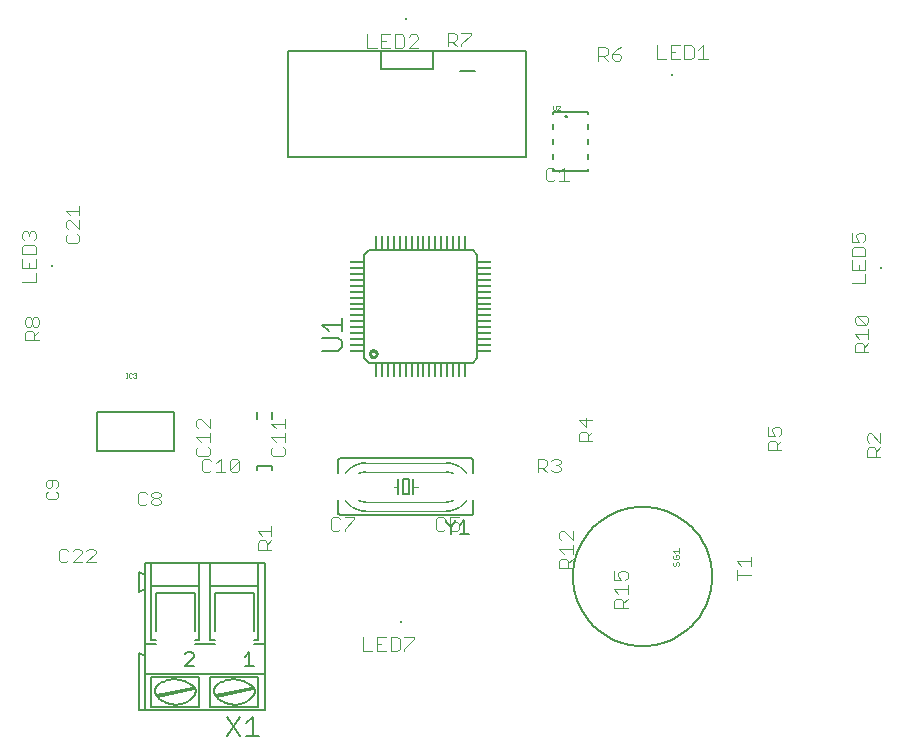
<source format=gtl>
G75*
G70*
%OFA0B0*%
%FSLAX24Y24*%
%IPPOS*%
%LPD*%
%AMOC8*
5,1,8,0,0,1.08239X$1,22.5*
%
%ADD10C,0.0040*%
%ADD11C,0.0030*%
%ADD12C,0.0080*%
%ADD13C,0.0100*%
%ADD14C,0.0060*%
%ADD15R,0.0079X0.0472*%
%ADD16R,0.0472X0.0079*%
%ADD17C,0.0001*%
%ADD18C,0.0020*%
%ADD19C,0.0050*%
%ADD20C,0.0010*%
%ADD21R,0.0079X0.0079*%
%ADD22C,0.0070*%
D10*
X001653Y006153D02*
X001807Y006153D01*
X001883Y006230D01*
X002037Y006153D02*
X002344Y006460D01*
X002344Y006537D01*
X002267Y006614D01*
X002113Y006614D01*
X002037Y006537D01*
X001883Y006537D02*
X001807Y006614D01*
X001653Y006614D01*
X001576Y006537D01*
X001576Y006230D01*
X001653Y006153D01*
X002037Y006153D02*
X002344Y006153D01*
X002497Y006153D02*
X002804Y006460D01*
X002804Y006537D01*
X002727Y006614D01*
X002574Y006614D01*
X002497Y006537D01*
X002497Y006153D02*
X002804Y006153D01*
X004284Y008053D02*
X004438Y008053D01*
X004514Y008130D01*
X004668Y008130D02*
X004668Y008207D01*
X004745Y008284D01*
X004898Y008284D01*
X004975Y008207D01*
X004975Y008130D01*
X004898Y008053D01*
X004745Y008053D01*
X004668Y008130D01*
X004745Y008284D02*
X004668Y008360D01*
X004668Y008437D01*
X004745Y008514D01*
X004898Y008514D01*
X004975Y008437D01*
X004975Y008360D01*
X004898Y008284D01*
X004514Y008437D02*
X004438Y008514D01*
X004284Y008514D01*
X004208Y008437D01*
X004208Y008130D01*
X004284Y008053D01*
X006358Y009230D02*
X006434Y009153D01*
X006588Y009153D01*
X006664Y009230D01*
X006818Y009153D02*
X007125Y009153D01*
X006971Y009153D02*
X006971Y009614D01*
X006818Y009460D01*
X006664Y009537D02*
X006588Y009614D01*
X006434Y009614D01*
X006358Y009537D01*
X006358Y009230D01*
X006234Y009703D02*
X006541Y009703D01*
X006618Y009780D01*
X006618Y009934D01*
X006541Y010010D01*
X006618Y010164D02*
X006618Y010471D01*
X006618Y010624D02*
X006311Y010931D01*
X006234Y010931D01*
X006157Y010854D01*
X006157Y010701D01*
X006234Y010624D01*
X006157Y010317D02*
X006618Y010317D01*
X006618Y010624D02*
X006618Y010931D01*
X006157Y010317D02*
X006311Y010164D01*
X006234Y010010D02*
X006157Y009934D01*
X006157Y009780D01*
X006234Y009703D01*
X007278Y009537D02*
X007278Y009230D01*
X007585Y009537D01*
X007585Y009230D01*
X007508Y009153D01*
X007355Y009153D01*
X007278Y009230D01*
X007278Y009537D02*
X007355Y009614D01*
X007508Y009614D01*
X007585Y009537D01*
X008657Y009780D02*
X008734Y009703D01*
X009041Y009703D01*
X009118Y009780D01*
X009118Y009934D01*
X009041Y010010D01*
X009118Y010164D02*
X009118Y010471D01*
X009118Y010624D02*
X009118Y010931D01*
X009118Y010778D02*
X008657Y010778D01*
X008811Y010624D01*
X008657Y010317D02*
X009118Y010317D01*
X008811Y010164D02*
X008657Y010317D01*
X008734Y010010D02*
X008657Y009934D01*
X008657Y009780D01*
X010734Y007664D02*
X010658Y007587D01*
X010658Y007280D01*
X010734Y007203D01*
X010888Y007203D01*
X010964Y007280D01*
X011118Y007280D02*
X011118Y007203D01*
X011118Y007280D02*
X011425Y007587D01*
X011425Y007664D01*
X011118Y007664D01*
X010964Y007587D02*
X010888Y007664D01*
X010734Y007664D01*
X008668Y007350D02*
X008668Y007043D01*
X008668Y007196D02*
X008207Y007196D01*
X008361Y007043D01*
X008437Y006889D02*
X008514Y006813D01*
X008514Y006583D01*
X008514Y006736D02*
X008668Y006889D01*
X008437Y006889D02*
X008284Y006889D01*
X008207Y006813D01*
X008207Y006583D01*
X008668Y006583D01*
X011716Y003664D02*
X011716Y003203D01*
X012023Y003203D01*
X012176Y003203D02*
X012483Y003203D01*
X012637Y003203D02*
X012867Y003203D01*
X012944Y003280D01*
X012944Y003587D01*
X012867Y003664D01*
X012637Y003664D01*
X012637Y003203D01*
X012330Y003434D02*
X012176Y003434D01*
X012176Y003664D02*
X012176Y003203D01*
X012176Y003664D02*
X012483Y003664D01*
X013097Y003664D02*
X013404Y003664D01*
X013404Y003587D01*
X013097Y003280D01*
X013097Y003203D01*
X014234Y007203D02*
X014388Y007203D01*
X014464Y007280D01*
X014618Y007280D02*
X014695Y007203D01*
X014848Y007203D01*
X014925Y007280D01*
X014925Y007434D01*
X014848Y007510D01*
X014771Y007510D01*
X014618Y007434D01*
X014618Y007664D01*
X014925Y007664D01*
X014464Y007587D02*
X014388Y007664D01*
X014234Y007664D01*
X014158Y007587D01*
X014158Y007280D01*
X014234Y007203D01*
X017537Y009153D02*
X017537Y009614D01*
X017767Y009614D01*
X017844Y009537D01*
X017844Y009384D01*
X017767Y009307D01*
X017537Y009307D01*
X017690Y009307D02*
X017844Y009153D01*
X017997Y009230D02*
X018074Y009153D01*
X018227Y009153D01*
X018304Y009230D01*
X018304Y009307D01*
X018227Y009384D01*
X018151Y009384D01*
X018227Y009384D02*
X018304Y009460D01*
X018304Y009537D01*
X018227Y009614D01*
X018074Y009614D01*
X017997Y009537D01*
X018907Y010203D02*
X018907Y010434D01*
X018984Y010510D01*
X019137Y010510D01*
X019214Y010434D01*
X019214Y010203D01*
X019368Y010203D02*
X018907Y010203D01*
X019214Y010357D02*
X019368Y010510D01*
X019137Y010664D02*
X019137Y010971D01*
X018907Y010894D02*
X019137Y010664D01*
X019368Y010894D02*
X018907Y010894D01*
X018718Y007200D02*
X018718Y006893D01*
X018411Y007200D01*
X018334Y007200D01*
X018257Y007123D01*
X018257Y006970D01*
X018334Y006893D01*
X018257Y006586D02*
X018718Y006586D01*
X018718Y006433D02*
X018718Y006739D01*
X018411Y006433D02*
X018257Y006586D01*
X018334Y006279D02*
X018487Y006279D01*
X018564Y006202D01*
X018564Y005972D01*
X018718Y005972D02*
X018257Y005972D01*
X018257Y006202D01*
X018334Y006279D01*
X018564Y006126D02*
X018718Y006279D01*
X020082Y005865D02*
X020082Y005558D01*
X020312Y005558D01*
X020235Y005712D01*
X020235Y005788D01*
X020312Y005865D01*
X020465Y005865D01*
X020542Y005788D01*
X020542Y005635D01*
X020465Y005558D01*
X020542Y005405D02*
X020542Y005098D01*
X020542Y005251D02*
X020082Y005251D01*
X020235Y005098D01*
X020158Y004944D02*
X020312Y004944D01*
X020389Y004868D01*
X020389Y004637D01*
X020542Y004637D02*
X020082Y004637D01*
X020082Y004868D01*
X020158Y004944D01*
X020389Y004791D02*
X020542Y004944D01*
X024179Y005577D02*
X024179Y005884D01*
X024179Y005730D02*
X024639Y005730D01*
X024639Y006037D02*
X024639Y006344D01*
X024639Y006191D02*
X024179Y006191D01*
X024332Y006037D01*
X028507Y009683D02*
X028507Y009913D01*
X028584Y009989D01*
X028737Y009989D01*
X028814Y009913D01*
X028814Y009683D01*
X028814Y009836D02*
X028968Y009989D01*
X028968Y010143D02*
X028661Y010450D01*
X028584Y010450D01*
X028507Y010373D01*
X028507Y010220D01*
X028584Y010143D01*
X028968Y010143D02*
X028968Y010450D01*
X028968Y009683D02*
X028507Y009683D01*
X025668Y009903D02*
X025207Y009903D01*
X025207Y010134D01*
X025284Y010210D01*
X025437Y010210D01*
X025514Y010134D01*
X025514Y009903D01*
X025514Y010057D02*
X025668Y010210D01*
X025591Y010364D02*
X025668Y010440D01*
X025668Y010594D01*
X025591Y010671D01*
X025437Y010671D01*
X025361Y010594D01*
X025361Y010517D01*
X025437Y010364D01*
X025207Y010364D01*
X025207Y010671D01*
X028107Y013153D02*
X028107Y013384D01*
X028184Y013460D01*
X028337Y013460D01*
X028414Y013384D01*
X028414Y013153D01*
X028568Y013153D02*
X028107Y013153D01*
X028414Y013307D02*
X028568Y013460D01*
X028568Y013614D02*
X028568Y013921D01*
X028568Y013767D02*
X028107Y013767D01*
X028261Y013614D01*
X028184Y014074D02*
X028107Y014151D01*
X028107Y014304D01*
X028184Y014381D01*
X028491Y014074D01*
X028568Y014151D01*
X028568Y014304D01*
X028491Y014381D01*
X028184Y014381D01*
X028184Y014074D02*
X028491Y014074D01*
X028468Y015453D02*
X028007Y015453D01*
X028468Y015453D02*
X028468Y015760D01*
X028468Y015914D02*
X028468Y016221D01*
X028468Y016374D02*
X028468Y016604D01*
X028391Y016681D01*
X028084Y016681D01*
X028007Y016604D01*
X028007Y016374D01*
X028468Y016374D01*
X028237Y016067D02*
X028237Y015914D01*
X028007Y015914D02*
X028468Y015914D01*
X028007Y015914D02*
X028007Y016221D01*
X028007Y016835D02*
X028237Y016835D01*
X028161Y016988D01*
X028161Y017065D01*
X028237Y017141D01*
X028391Y017141D01*
X028468Y017065D01*
X028468Y016911D01*
X028391Y016835D01*
X028007Y016835D02*
X028007Y017141D01*
X023204Y022927D02*
X022897Y022927D01*
X023050Y022927D02*
X023050Y023387D01*
X022897Y023234D01*
X022743Y023310D02*
X022743Y023004D01*
X022666Y022927D01*
X022436Y022927D01*
X022436Y023387D01*
X022666Y023387D01*
X022743Y023310D01*
X022283Y023387D02*
X021976Y023387D01*
X021976Y022927D01*
X022283Y022927D01*
X022129Y023157D02*
X021976Y023157D01*
X021822Y022927D02*
X021515Y022927D01*
X021515Y023387D01*
X020334Y023336D02*
X020181Y023259D01*
X020027Y023105D01*
X020257Y023105D01*
X020334Y023029D01*
X020334Y022952D01*
X020257Y022875D01*
X020104Y022875D01*
X020027Y022952D01*
X020027Y023105D01*
X019874Y023105D02*
X019797Y023029D01*
X019567Y023029D01*
X019720Y023029D02*
X019874Y022875D01*
X019874Y023105D02*
X019874Y023259D01*
X019797Y023336D01*
X019567Y023336D01*
X019567Y022875D01*
X018421Y019314D02*
X018421Y018853D01*
X018268Y018853D02*
X018575Y018853D01*
X018268Y019160D02*
X018421Y019314D01*
X018114Y019237D02*
X018038Y019314D01*
X017884Y019314D01*
X017808Y019237D01*
X017808Y018930D01*
X017884Y018853D01*
X018038Y018853D01*
X018114Y018930D01*
X013554Y023294D02*
X013247Y023294D01*
X013554Y023601D01*
X013554Y023678D01*
X013477Y023755D01*
X013324Y023755D01*
X013247Y023678D01*
X013094Y023678D02*
X013094Y023371D01*
X013017Y023294D01*
X012787Y023294D01*
X012787Y023755D01*
X013017Y023755D01*
X013094Y023678D01*
X012633Y023755D02*
X012326Y023755D01*
X012326Y023294D01*
X012633Y023294D01*
X012480Y023524D02*
X012326Y023524D01*
X012173Y023294D02*
X011866Y023294D01*
X011866Y023755D01*
X014537Y023814D02*
X014537Y023353D01*
X014537Y023507D02*
X014767Y023507D01*
X014844Y023584D01*
X014844Y023737D01*
X014767Y023814D01*
X014537Y023814D01*
X014690Y023507D02*
X014844Y023353D01*
X014997Y023353D02*
X014997Y023430D01*
X015304Y023737D01*
X015304Y023814D01*
X014997Y023814D01*
X002268Y018031D02*
X002268Y017724D01*
X002268Y017571D02*
X002268Y017264D01*
X001961Y017571D01*
X001884Y017571D01*
X001807Y017494D01*
X001807Y017340D01*
X001884Y017264D01*
X001884Y017110D02*
X001807Y017034D01*
X001807Y016880D01*
X001884Y016803D01*
X002191Y016803D01*
X002268Y016880D01*
X002268Y017034D01*
X002191Y017110D01*
X001961Y017724D02*
X001807Y017878D01*
X002268Y017878D01*
X000818Y017115D02*
X000818Y016961D01*
X000741Y016885D01*
X000741Y016731D02*
X000434Y016731D01*
X000357Y016654D01*
X000357Y016424D01*
X000818Y016424D01*
X000818Y016654D01*
X000741Y016731D01*
X000587Y017038D02*
X000587Y017115D01*
X000664Y017191D01*
X000741Y017191D01*
X000818Y017115D01*
X000587Y017115D02*
X000511Y017191D01*
X000434Y017191D01*
X000357Y017115D01*
X000357Y016961D01*
X000434Y016885D01*
X000357Y016271D02*
X000357Y015964D01*
X000818Y015964D01*
X000818Y016271D01*
X000587Y016117D02*
X000587Y015964D01*
X000818Y015810D02*
X000818Y015503D01*
X000357Y015503D01*
X000534Y014321D02*
X000611Y014321D01*
X000687Y014244D01*
X000687Y014090D01*
X000611Y014014D01*
X000534Y014014D01*
X000457Y014090D01*
X000457Y014244D01*
X000534Y014321D01*
X000687Y014244D02*
X000764Y014321D01*
X000841Y014321D01*
X000918Y014244D01*
X000918Y014090D01*
X000841Y014014D01*
X000764Y014014D01*
X000687Y014090D01*
X000687Y013860D02*
X000534Y013860D01*
X000457Y013784D01*
X000457Y013553D01*
X000918Y013553D01*
X000764Y013553D02*
X000764Y013784D01*
X000687Y013860D01*
X000764Y013707D02*
X000918Y013860D01*
D11*
X001230Y008884D02*
X001168Y008822D01*
X001168Y008698D01*
X001230Y008637D01*
X001292Y008637D01*
X001353Y008698D01*
X001353Y008884D01*
X001230Y008884D02*
X001477Y008884D01*
X001539Y008822D01*
X001539Y008698D01*
X001477Y008637D01*
X001477Y008515D02*
X001539Y008454D01*
X001539Y008330D01*
X001477Y008268D01*
X001230Y008268D01*
X001168Y008330D01*
X001168Y008454D01*
X001230Y008515D01*
D12*
X002848Y009883D02*
X002848Y011183D01*
X005428Y011183D01*
X005428Y009883D01*
X002848Y009883D01*
X011748Y012951D02*
X011905Y012794D01*
X015370Y012794D01*
X015527Y012951D01*
X015527Y016416D01*
X015370Y016573D01*
X011905Y016573D01*
X011748Y016416D01*
X011748Y012951D01*
X009211Y019662D02*
X009211Y023205D01*
X012321Y023205D01*
X012321Y022614D01*
X014054Y022614D01*
X014054Y023205D01*
X017164Y023205D01*
X017164Y019701D01*
X017164Y019662D02*
X009211Y019662D01*
X012321Y023205D02*
X014054Y023205D01*
X014938Y022526D02*
X015438Y022526D01*
X018715Y005683D02*
X018718Y005797D01*
X018726Y005911D01*
X018740Y006024D01*
X018760Y006136D01*
X018785Y006247D01*
X018815Y006357D01*
X018851Y006466D01*
X018892Y006572D01*
X018938Y006676D01*
X018989Y006778D01*
X019045Y006877D01*
X019106Y006974D01*
X019172Y007067D01*
X019242Y007157D01*
X019317Y007243D01*
X019395Y007326D01*
X019478Y007404D01*
X019564Y007479D01*
X019654Y007549D01*
X019747Y007615D01*
X019844Y007676D01*
X019943Y007732D01*
X020045Y007783D01*
X020149Y007829D01*
X020255Y007870D01*
X020364Y007906D01*
X020474Y007936D01*
X020585Y007961D01*
X020697Y007981D01*
X020810Y007995D01*
X020924Y008003D01*
X021038Y008006D01*
X021152Y008003D01*
X021266Y007995D01*
X021379Y007981D01*
X021491Y007961D01*
X021602Y007936D01*
X021712Y007906D01*
X021821Y007870D01*
X021927Y007829D01*
X022031Y007783D01*
X022133Y007732D01*
X022232Y007676D01*
X022329Y007615D01*
X022422Y007549D01*
X022512Y007479D01*
X022598Y007404D01*
X022681Y007326D01*
X022759Y007243D01*
X022834Y007157D01*
X022904Y007067D01*
X022970Y006974D01*
X023031Y006877D01*
X023087Y006778D01*
X023138Y006676D01*
X023184Y006572D01*
X023225Y006466D01*
X023261Y006357D01*
X023291Y006247D01*
X023316Y006136D01*
X023336Y006024D01*
X023350Y005911D01*
X023358Y005797D01*
X023361Y005683D01*
X023358Y005569D01*
X023350Y005455D01*
X023336Y005342D01*
X023316Y005230D01*
X023291Y005119D01*
X023261Y005009D01*
X023225Y004900D01*
X023184Y004794D01*
X023138Y004690D01*
X023087Y004588D01*
X023031Y004489D01*
X022970Y004392D01*
X022904Y004299D01*
X022834Y004209D01*
X022759Y004123D01*
X022681Y004040D01*
X022598Y003962D01*
X022512Y003887D01*
X022422Y003817D01*
X022329Y003751D01*
X022232Y003690D01*
X022133Y003634D01*
X022031Y003583D01*
X021927Y003537D01*
X021821Y003496D01*
X021712Y003460D01*
X021602Y003430D01*
X021491Y003405D01*
X021379Y003385D01*
X021266Y003371D01*
X021152Y003363D01*
X021038Y003360D01*
X020924Y003363D01*
X020810Y003371D01*
X020697Y003385D01*
X020585Y003405D01*
X020474Y003430D01*
X020364Y003460D01*
X020255Y003496D01*
X020149Y003537D01*
X020045Y003583D01*
X019943Y003634D01*
X019844Y003690D01*
X019747Y003751D01*
X019654Y003817D01*
X019564Y003887D01*
X019478Y003962D01*
X019395Y004040D01*
X019317Y004123D01*
X019242Y004209D01*
X019172Y004299D01*
X019106Y004392D01*
X019045Y004489D01*
X018989Y004588D01*
X018938Y004690D01*
X018892Y004794D01*
X018851Y004900D01*
X018815Y005009D01*
X018785Y005119D01*
X018760Y005230D01*
X018740Y005342D01*
X018726Y005455D01*
X018718Y005569D01*
X018715Y005683D01*
D13*
X011952Y013109D02*
X011954Y013129D01*
X011959Y013149D01*
X011969Y013167D01*
X011981Y013184D01*
X011996Y013198D01*
X012014Y013208D01*
X012033Y013216D01*
X012053Y013220D01*
X012073Y013220D01*
X012093Y013216D01*
X012112Y013208D01*
X012130Y013198D01*
X012145Y013184D01*
X012157Y013167D01*
X012167Y013149D01*
X012172Y013129D01*
X012174Y013109D01*
X012172Y013089D01*
X012167Y013069D01*
X012157Y013051D01*
X012145Y013034D01*
X012130Y013020D01*
X012112Y013010D01*
X012093Y013002D01*
X012073Y012998D01*
X012053Y012998D01*
X012033Y013002D01*
X012014Y013010D01*
X011996Y013020D01*
X011981Y013034D01*
X011969Y013051D01*
X011959Y013069D01*
X011954Y013089D01*
X011952Y013109D01*
D14*
X004238Y003133D02*
X004238Y001233D01*
X004438Y001233D01*
X008438Y001233D01*
X008438Y002433D01*
X004438Y002433D01*
X004438Y003033D01*
X004438Y003433D01*
X004808Y003433D01*
X004808Y003583D02*
X004658Y003583D01*
X004658Y005383D01*
X004658Y006133D01*
X004438Y006133D01*
X004438Y005733D01*
X004438Y005283D01*
X004438Y003433D01*
X004238Y003133D02*
X004438Y003033D01*
X004438Y002433D02*
X004438Y001233D01*
X004658Y001333D02*
X004658Y002333D01*
X006258Y002333D01*
X006258Y001333D01*
X004658Y001333D01*
X004898Y001683D02*
X006098Y001933D01*
X006048Y001983D02*
X004848Y001733D01*
X004857Y001693D02*
X004838Y001717D01*
X004822Y001742D01*
X004809Y001770D01*
X004799Y001798D01*
X004792Y001828D01*
X004788Y001858D01*
X004788Y001888D01*
X004792Y001919D01*
X004799Y001948D01*
X004809Y001977D01*
X004822Y002004D01*
X004838Y002030D01*
X004857Y002053D01*
X004879Y002075D01*
X004856Y001691D02*
X004893Y001651D01*
X004933Y001614D01*
X004975Y001579D01*
X005019Y001548D01*
X005065Y001519D01*
X005113Y001494D01*
X005163Y001472D01*
X005214Y001453D01*
X005266Y001437D01*
X005320Y001426D01*
X005373Y001418D01*
X005428Y001413D01*
X005482Y001412D01*
X005536Y001415D01*
X005591Y001421D01*
X005644Y001431D01*
X005697Y001445D01*
X005748Y001462D01*
X005799Y001483D01*
X005848Y001506D01*
X005895Y001534D01*
X005940Y001564D01*
X005983Y001597D01*
X006024Y001633D01*
X006063Y001672D01*
X006098Y001713D01*
X006078Y001693D02*
X006097Y001717D01*
X006113Y001742D01*
X006126Y001770D01*
X006135Y001799D01*
X006140Y001828D01*
X006141Y001859D01*
X006138Y001889D01*
X006132Y001918D01*
X006121Y001947D01*
X006107Y001974D01*
X006090Y001998D01*
X006070Y002021D01*
X006047Y002040D01*
X006021Y002057D01*
X006628Y002333D02*
X008228Y002333D01*
X008228Y001333D01*
X006628Y001333D01*
X006628Y002333D01*
X006849Y002075D02*
X006827Y002053D01*
X006808Y002030D01*
X006792Y002004D01*
X006779Y001977D01*
X006769Y001948D01*
X006762Y001919D01*
X006758Y001888D01*
X006758Y001858D01*
X006762Y001828D01*
X006769Y001798D01*
X006779Y001770D01*
X006792Y001742D01*
X006808Y001717D01*
X006827Y001693D01*
X006818Y001733D02*
X008018Y001983D01*
X008068Y001933D02*
X006868Y001683D01*
X006831Y002061D02*
X006880Y002096D01*
X006932Y002127D01*
X006985Y002155D01*
X007040Y002180D01*
X007096Y002201D01*
X007154Y002219D01*
X007212Y002233D01*
X007272Y002243D01*
X007332Y002250D01*
X007392Y002253D01*
X007452Y002252D01*
X007512Y002247D01*
X007572Y002239D01*
X007631Y002227D01*
X007689Y002211D01*
X007746Y002191D01*
X007802Y002168D01*
X007856Y002142D01*
X007908Y002112D01*
X007959Y002079D01*
X008007Y002043D01*
X007991Y002057D02*
X008017Y002040D01*
X008040Y002021D01*
X008060Y001998D01*
X008077Y001974D01*
X008091Y001947D01*
X008102Y001918D01*
X008108Y001889D01*
X008111Y001859D01*
X008110Y001828D01*
X008105Y001799D01*
X008096Y001770D01*
X008083Y001742D01*
X008067Y001717D01*
X008048Y001693D01*
X008067Y001713D02*
X008032Y001672D01*
X007993Y001633D01*
X007953Y001597D01*
X007909Y001564D01*
X007864Y001534D01*
X007817Y001506D01*
X007768Y001483D01*
X007717Y001462D01*
X007666Y001445D01*
X007613Y001431D01*
X007560Y001421D01*
X007506Y001415D01*
X007451Y001412D01*
X007397Y001413D01*
X007342Y001418D01*
X007289Y001426D01*
X007235Y001437D01*
X007183Y001453D01*
X007132Y001471D01*
X007082Y001494D01*
X007034Y001519D01*
X006988Y001548D01*
X006944Y001579D01*
X006902Y001614D01*
X006862Y001651D01*
X006825Y001691D01*
X006037Y002043D02*
X005989Y002079D01*
X005938Y002112D01*
X005886Y002142D01*
X005832Y002168D01*
X005776Y002191D01*
X005719Y002211D01*
X005661Y002227D01*
X005602Y002239D01*
X005542Y002247D01*
X005482Y002252D01*
X005422Y002253D01*
X005362Y002250D01*
X005302Y002243D01*
X005242Y002233D01*
X005184Y002219D01*
X005126Y002201D01*
X005070Y002180D01*
X005015Y002155D01*
X004962Y002127D01*
X004910Y002096D01*
X004861Y002061D01*
X006108Y003433D02*
X006778Y003433D01*
X006778Y003583D02*
X006628Y003583D01*
X006628Y005383D01*
X008228Y005383D01*
X008228Y006133D01*
X006628Y006133D01*
X006258Y006133D01*
X004658Y006133D01*
X004438Y005733D02*
X004238Y005833D01*
X004238Y005183D01*
X004438Y005283D01*
X004658Y005383D02*
X006258Y005383D01*
X006258Y003583D01*
X006108Y003583D01*
X006108Y003883D02*
X006108Y005133D01*
X004808Y005133D01*
X004808Y003883D01*
X006778Y003883D02*
X006778Y005133D01*
X008078Y005133D01*
X008078Y003883D01*
X008078Y003583D02*
X008228Y003583D01*
X008228Y005383D01*
X008228Y006133D02*
X008438Y006133D01*
X008438Y003433D01*
X008078Y003433D01*
X008438Y003433D02*
X008438Y002433D01*
X006628Y005383D02*
X006628Y006133D01*
X006258Y006133D02*
X006258Y005383D01*
X010888Y007833D02*
X010888Y008233D01*
X010888Y007833D02*
X010890Y007816D01*
X010894Y007799D01*
X010901Y007783D01*
X010911Y007769D01*
X010924Y007756D01*
X010938Y007746D01*
X010954Y007739D01*
X010971Y007735D01*
X010988Y007733D01*
X015288Y007733D01*
X015305Y007735D01*
X015322Y007739D01*
X015338Y007746D01*
X015352Y007756D01*
X015365Y007769D01*
X015375Y007783D01*
X015382Y007799D01*
X015386Y007816D01*
X015388Y007833D01*
X015388Y008233D01*
X015388Y009133D02*
X015388Y009533D01*
X015386Y009550D01*
X015382Y009567D01*
X015375Y009583D01*
X015365Y009597D01*
X015352Y009610D01*
X015338Y009620D01*
X015322Y009627D01*
X015305Y009631D01*
X015288Y009633D01*
X010988Y009633D01*
X010971Y009631D01*
X010954Y009627D01*
X010938Y009620D01*
X010924Y009610D01*
X010911Y009597D01*
X010901Y009583D01*
X010894Y009567D01*
X010890Y009550D01*
X010888Y009533D01*
X010888Y009133D01*
X012888Y008933D02*
X012888Y008683D01*
X012888Y008433D01*
X013038Y008433D02*
X013238Y008433D01*
X013238Y008933D01*
X013038Y008933D01*
X013038Y008433D01*
X013388Y008433D02*
X013388Y008683D01*
X013388Y008933D01*
X010901Y013213D02*
X010367Y013213D01*
X010367Y013640D02*
X010901Y013640D01*
X011008Y013534D01*
X011008Y013320D01*
X010901Y013213D01*
X011008Y013858D02*
X011008Y014285D01*
X011008Y014071D02*
X010367Y014071D01*
X010580Y013858D01*
D15*
X012161Y012557D03*
X012358Y012557D03*
X012555Y012557D03*
X012752Y012557D03*
X012949Y012557D03*
X013145Y012557D03*
X013342Y012557D03*
X013539Y012557D03*
X013736Y012557D03*
X013933Y012557D03*
X014130Y012557D03*
X014326Y012557D03*
X014523Y012557D03*
X014720Y012557D03*
X014917Y012557D03*
X015114Y012557D03*
X015114Y016809D03*
X014917Y016809D03*
X014720Y016809D03*
X014523Y016809D03*
X014326Y016809D03*
X014130Y016809D03*
X013933Y016809D03*
X013736Y016809D03*
X013539Y016809D03*
X013342Y016809D03*
X013145Y016809D03*
X012949Y016809D03*
X012752Y016809D03*
X012555Y016809D03*
X012358Y016809D03*
X012161Y016809D03*
D16*
X011512Y016160D03*
X011512Y015963D03*
X011512Y015766D03*
X011512Y015569D03*
X011512Y015372D03*
X011512Y015175D03*
X011512Y014979D03*
X011512Y014782D03*
X011512Y014585D03*
X011512Y014388D03*
X011512Y014191D03*
X011512Y013994D03*
X011512Y013798D03*
X011512Y013601D03*
X011512Y013404D03*
X011512Y013207D03*
X015763Y013207D03*
X015763Y013404D03*
X015763Y013601D03*
X015763Y013798D03*
X015763Y013994D03*
X015763Y014191D03*
X015763Y014388D03*
X015763Y014585D03*
X015763Y014782D03*
X015763Y014979D03*
X015763Y015175D03*
X015763Y015372D03*
X015763Y015569D03*
X015763Y015766D03*
X015763Y015963D03*
X015763Y016160D03*
D17*
X015157Y009139D02*
X015141Y009128D01*
X015142Y009128D02*
X015109Y009173D01*
X015074Y009215D01*
X015035Y009254D01*
X014995Y009291D01*
X014951Y009324D01*
X014906Y009355D01*
X014858Y009382D01*
X014809Y009406D01*
X014758Y009427D01*
X014705Y009444D01*
X014652Y009457D01*
X014598Y009466D01*
X014543Y009472D01*
X014488Y009474D01*
X014488Y009492D01*
X014488Y009493D01*
X014545Y009491D01*
X014601Y009485D01*
X014656Y009475D01*
X014711Y009462D01*
X014764Y009445D01*
X014816Y009424D01*
X014867Y009399D01*
X014916Y009371D01*
X014962Y009340D01*
X015007Y009305D01*
X015049Y009268D01*
X015088Y009227D01*
X015124Y009184D01*
X015157Y009139D01*
X015157Y009138D01*
X015123Y009184D01*
X015087Y009227D01*
X015048Y009267D01*
X015006Y009304D01*
X014962Y009339D01*
X014915Y009370D01*
X014866Y009398D01*
X014816Y009423D01*
X014764Y009444D01*
X014710Y009461D01*
X014656Y009474D01*
X014600Y009484D01*
X014545Y009490D01*
X014488Y009492D01*
X014488Y009491D01*
X014545Y009489D01*
X014600Y009483D01*
X014656Y009473D01*
X014710Y009460D01*
X014763Y009443D01*
X014815Y009422D01*
X014866Y009397D01*
X014915Y009369D01*
X014961Y009338D01*
X015005Y009304D01*
X015047Y009266D01*
X015086Y009226D01*
X015123Y009183D01*
X015156Y009138D01*
X015155Y009137D01*
X015122Y009183D01*
X015086Y009225D01*
X015047Y009265D01*
X015005Y009303D01*
X014961Y009337D01*
X014914Y009368D01*
X014865Y009396D01*
X014815Y009421D01*
X014763Y009442D01*
X014710Y009459D01*
X014655Y009472D01*
X014600Y009482D01*
X014544Y009488D01*
X014488Y009490D01*
X014488Y009489D01*
X014544Y009487D01*
X014600Y009481D01*
X014655Y009471D01*
X014709Y009458D01*
X014763Y009441D01*
X014815Y009420D01*
X014865Y009395D01*
X014913Y009368D01*
X014960Y009336D01*
X015004Y009302D01*
X015046Y009265D01*
X015085Y009225D01*
X015121Y009182D01*
X015154Y009137D01*
X015153Y009136D01*
X015120Y009181D01*
X015084Y009224D01*
X015045Y009264D01*
X015004Y009301D01*
X014959Y009336D01*
X014913Y009367D01*
X014864Y009395D01*
X014814Y009419D01*
X014762Y009440D01*
X014709Y009457D01*
X014655Y009470D01*
X014600Y009480D01*
X014544Y009486D01*
X014488Y009488D01*
X014488Y009487D01*
X014544Y009485D01*
X014600Y009479D01*
X014655Y009470D01*
X014709Y009456D01*
X014762Y009439D01*
X014814Y009418D01*
X014864Y009394D01*
X014912Y009366D01*
X014959Y009335D01*
X015003Y009301D01*
X015044Y009263D01*
X015083Y009223D01*
X015119Y009181D01*
X015152Y009136D01*
X015152Y009135D01*
X015119Y009180D01*
X015083Y009223D01*
X015044Y009263D01*
X015002Y009300D01*
X014958Y009334D01*
X014912Y009365D01*
X014864Y009393D01*
X014813Y009417D01*
X014762Y009438D01*
X014709Y009455D01*
X014655Y009469D01*
X014600Y009478D01*
X014544Y009484D01*
X014488Y009486D01*
X014488Y009485D01*
X014544Y009483D01*
X014600Y009477D01*
X014654Y009468D01*
X014708Y009454D01*
X014761Y009437D01*
X014813Y009416D01*
X014863Y009392D01*
X014911Y009364D01*
X014958Y009333D01*
X015002Y009299D01*
X015043Y009262D01*
X015082Y009222D01*
X015118Y009179D01*
X015151Y009135D01*
X015150Y009134D01*
X015117Y009179D01*
X015081Y009221D01*
X015042Y009261D01*
X015001Y009298D01*
X014957Y009332D01*
X014911Y009363D01*
X014863Y009391D01*
X014813Y009415D01*
X014761Y009436D01*
X014708Y009453D01*
X014654Y009467D01*
X014599Y009476D01*
X014544Y009482D01*
X014488Y009484D01*
X014488Y009483D01*
X014544Y009481D01*
X014599Y009475D01*
X014654Y009466D01*
X014708Y009452D01*
X014761Y009435D01*
X014812Y009414D01*
X014862Y009390D01*
X014910Y009362D01*
X014956Y009332D01*
X015000Y009297D01*
X015042Y009260D01*
X015080Y009221D01*
X015116Y009178D01*
X015149Y009133D01*
X015148Y009133D01*
X015116Y009178D01*
X015080Y009220D01*
X015041Y009260D01*
X015000Y009297D01*
X014956Y009331D01*
X014910Y009362D01*
X014862Y009389D01*
X014812Y009413D01*
X014760Y009434D01*
X014708Y009451D01*
X014654Y009465D01*
X014599Y009474D01*
X014544Y009480D01*
X014488Y009482D01*
X014488Y009481D01*
X014544Y009479D01*
X014599Y009473D01*
X014654Y009464D01*
X014707Y009450D01*
X014760Y009433D01*
X014811Y009413D01*
X014861Y009388D01*
X014909Y009361D01*
X014955Y009330D01*
X014999Y009296D01*
X015040Y009259D01*
X015079Y009219D01*
X015115Y009177D01*
X015148Y009132D01*
X015147Y009132D01*
X015114Y009176D01*
X015078Y009219D01*
X015040Y009258D01*
X014998Y009295D01*
X014955Y009329D01*
X014909Y009360D01*
X014861Y009387D01*
X014811Y009412D01*
X014760Y009432D01*
X014707Y009449D01*
X014653Y009463D01*
X014599Y009472D01*
X014544Y009478D01*
X014488Y009480D01*
X014488Y009479D01*
X014544Y009477D01*
X014599Y009471D01*
X014653Y009462D01*
X014707Y009448D01*
X014759Y009431D01*
X014811Y009411D01*
X014860Y009387D01*
X014908Y009359D01*
X014954Y009328D01*
X014998Y009294D01*
X015039Y009258D01*
X015077Y009218D01*
X015113Y009176D01*
X015146Y009131D01*
X015145Y009131D01*
X015112Y009175D01*
X015077Y009217D01*
X015038Y009257D01*
X014997Y009294D01*
X014954Y009327D01*
X014908Y009358D01*
X014860Y009386D01*
X014810Y009410D01*
X014759Y009430D01*
X014706Y009447D01*
X014653Y009461D01*
X014599Y009470D01*
X014544Y009476D01*
X014488Y009478D01*
X014488Y009477D01*
X014544Y009475D01*
X014598Y009469D01*
X014653Y009460D01*
X014706Y009446D01*
X014759Y009429D01*
X014810Y009409D01*
X014859Y009385D01*
X014907Y009357D01*
X014953Y009327D01*
X014996Y009293D01*
X015038Y009256D01*
X015076Y009217D01*
X015112Y009174D01*
X015144Y009130D01*
X015143Y009129D01*
X015111Y009174D01*
X015075Y009216D01*
X015037Y009255D01*
X014996Y009292D01*
X014952Y009326D01*
X014907Y009357D01*
X014859Y009384D01*
X014809Y009408D01*
X014758Y009429D01*
X014706Y009445D01*
X014652Y009459D01*
X014598Y009468D01*
X014544Y009474D01*
X014488Y009476D01*
X014488Y009475D01*
X014543Y009473D01*
X014598Y009467D01*
X014652Y009458D01*
X014706Y009445D01*
X014758Y009428D01*
X014809Y009407D01*
X014858Y009383D01*
X014906Y009356D01*
X014952Y009325D01*
X014995Y009291D01*
X015036Y009255D01*
X015075Y009215D01*
X015110Y009173D01*
X015143Y009129D01*
X014488Y008174D02*
X014488Y008193D01*
X014488Y008192D02*
X014525Y008193D01*
X014562Y008198D01*
X014598Y008204D01*
X014633Y008214D01*
X014668Y008226D01*
X014702Y008241D01*
X014709Y008224D01*
X014710Y008224D01*
X014675Y008208D01*
X014639Y008196D01*
X014602Y008186D01*
X014565Y008179D01*
X014527Y008174D01*
X014488Y008173D01*
X014488Y008174D01*
X014527Y008175D01*
X014564Y008180D01*
X014602Y008187D01*
X014639Y008197D01*
X014675Y008209D01*
X014709Y008225D01*
X014709Y008226D01*
X014674Y008210D01*
X014638Y008198D01*
X014602Y008188D01*
X014564Y008181D01*
X014526Y008176D01*
X014488Y008175D01*
X014488Y008176D01*
X014526Y008177D01*
X014564Y008182D01*
X014601Y008189D01*
X014638Y008199D01*
X014674Y008211D01*
X014709Y008226D01*
X014708Y008227D01*
X014673Y008212D01*
X014638Y008200D01*
X014601Y008190D01*
X014564Y008183D01*
X014526Y008178D01*
X014488Y008177D01*
X014488Y008178D01*
X014526Y008179D01*
X014564Y008184D01*
X014601Y008191D01*
X014637Y008201D01*
X014673Y008213D01*
X014708Y008228D01*
X014707Y008229D01*
X014673Y008214D01*
X014637Y008202D01*
X014601Y008192D01*
X014564Y008185D01*
X014526Y008180D01*
X014488Y008179D01*
X014488Y008180D01*
X014526Y008181D01*
X014563Y008186D01*
X014600Y008193D01*
X014637Y008203D01*
X014672Y008215D01*
X014707Y008230D01*
X014706Y008231D01*
X014672Y008216D01*
X014637Y008203D01*
X014600Y008194D01*
X014563Y008187D01*
X014526Y008182D01*
X014488Y008181D01*
X014488Y008182D01*
X014526Y008183D01*
X014563Y008188D01*
X014600Y008195D01*
X014636Y008204D01*
X014672Y008217D01*
X014706Y008232D01*
X014705Y008233D01*
X014671Y008218D01*
X014636Y008205D01*
X014600Y008196D01*
X014563Y008189D01*
X014526Y008184D01*
X014488Y008183D01*
X014488Y008184D01*
X014526Y008185D01*
X014563Y008190D01*
X014600Y008197D01*
X014636Y008206D01*
X014671Y008219D01*
X014705Y008234D01*
X014705Y008235D01*
X014670Y008220D01*
X014635Y008207D01*
X014599Y008198D01*
X014563Y008191D01*
X014526Y008186D01*
X014488Y008185D01*
X014488Y008186D01*
X014526Y008187D01*
X014563Y008192D01*
X014599Y008199D01*
X014635Y008208D01*
X014670Y008221D01*
X014704Y008235D01*
X014704Y008236D01*
X014670Y008222D01*
X014635Y008209D01*
X014599Y008200D01*
X014562Y008193D01*
X014526Y008188D01*
X014488Y008187D01*
X014488Y008188D01*
X014526Y008189D01*
X014562Y008194D01*
X014599Y008201D01*
X014634Y008210D01*
X014669Y008222D01*
X014703Y008237D01*
X014703Y008238D01*
X014669Y008223D01*
X014634Y008211D01*
X014598Y008202D01*
X014562Y008195D01*
X014525Y008190D01*
X014488Y008189D01*
X014488Y008190D01*
X014525Y008191D01*
X014562Y008196D01*
X014598Y008202D01*
X014634Y008212D01*
X014669Y008224D01*
X014702Y008239D01*
X014702Y008240D01*
X014668Y008225D01*
X014634Y008213D01*
X014598Y008203D01*
X014562Y008197D01*
X014525Y008192D01*
X014488Y008191D01*
X014487Y007874D02*
X014487Y007893D01*
X014488Y007892D02*
X014542Y007894D01*
X014597Y007900D01*
X014651Y007909D01*
X014704Y007922D01*
X014757Y007939D01*
X014808Y007960D01*
X014857Y007984D01*
X014905Y008011D01*
X014950Y008042D01*
X014994Y008075D01*
X015034Y008112D01*
X015073Y008151D01*
X015108Y008193D01*
X015141Y008238D01*
X015156Y008227D01*
X015123Y008182D01*
X015087Y008139D01*
X015048Y008098D01*
X015006Y008061D01*
X014961Y008026D01*
X014915Y007995D01*
X014866Y007967D01*
X014815Y007943D01*
X014763Y007922D01*
X014710Y007904D01*
X014655Y007891D01*
X014600Y007881D01*
X014544Y007875D01*
X014488Y007873D01*
X014488Y007874D01*
X014544Y007876D01*
X014600Y007882D01*
X014655Y007892D01*
X014709Y007905D01*
X014763Y007922D01*
X014815Y007943D01*
X014865Y007968D01*
X014914Y007996D01*
X014961Y008027D01*
X015005Y008062D01*
X015047Y008099D01*
X015086Y008139D01*
X015122Y008182D01*
X015156Y008228D01*
X015155Y008228D01*
X015122Y008183D01*
X015085Y008140D01*
X015046Y008100D01*
X015004Y008062D01*
X014960Y008028D01*
X014914Y007997D01*
X014865Y007969D01*
X014814Y007944D01*
X014762Y007923D01*
X014709Y007906D01*
X014655Y007893D01*
X014599Y007883D01*
X014544Y007877D01*
X014488Y007875D01*
X014488Y007876D01*
X014544Y007878D01*
X014599Y007884D01*
X014654Y007894D01*
X014709Y007907D01*
X014762Y007924D01*
X014814Y007945D01*
X014864Y007970D01*
X014913Y007998D01*
X014960Y008029D01*
X015004Y008063D01*
X015046Y008101D01*
X015085Y008141D01*
X015121Y008183D01*
X015154Y008229D01*
X015153Y008229D01*
X015120Y008184D01*
X015084Y008141D01*
X015045Y008101D01*
X015003Y008064D01*
X014959Y008030D01*
X014913Y007998D01*
X014864Y007971D01*
X014814Y007946D01*
X014762Y007925D01*
X014709Y007908D01*
X014654Y007895D01*
X014599Y007885D01*
X014543Y007879D01*
X014488Y007877D01*
X014488Y007878D01*
X014543Y007880D01*
X014599Y007886D01*
X014654Y007896D01*
X014708Y007909D01*
X014761Y007926D01*
X014813Y007947D01*
X014864Y007971D01*
X014912Y007999D01*
X014958Y008030D01*
X015003Y008065D01*
X015044Y008102D01*
X015083Y008142D01*
X015119Y008185D01*
X015152Y008230D01*
X015151Y008230D01*
X015118Y008185D01*
X015082Y008143D01*
X015044Y008103D01*
X015002Y008066D01*
X014958Y008031D01*
X014911Y008000D01*
X014863Y007972D01*
X014813Y007948D01*
X014761Y007927D01*
X014708Y007910D01*
X014654Y007896D01*
X014599Y007887D01*
X014543Y007881D01*
X014488Y007879D01*
X014488Y007880D01*
X014543Y007882D01*
X014599Y007888D01*
X014654Y007897D01*
X014708Y007911D01*
X014761Y007928D01*
X014812Y007949D01*
X014863Y007973D01*
X014911Y008001D01*
X014957Y008032D01*
X015001Y008066D01*
X015043Y008103D01*
X015082Y008143D01*
X015118Y008186D01*
X015151Y008231D01*
X015150Y008231D01*
X015117Y008187D01*
X015081Y008144D01*
X015042Y008104D01*
X015001Y008067D01*
X014957Y008033D01*
X014910Y008002D01*
X014862Y007974D01*
X014812Y007950D01*
X014760Y007929D01*
X014707Y007912D01*
X014653Y007898D01*
X014599Y007889D01*
X014543Y007883D01*
X014488Y007881D01*
X014488Y007882D01*
X014543Y007884D01*
X014598Y007890D01*
X014653Y007899D01*
X014707Y007913D01*
X014760Y007930D01*
X014812Y007951D01*
X014862Y007975D01*
X014910Y008003D01*
X014956Y008034D01*
X015000Y008068D01*
X015041Y008105D01*
X015080Y008145D01*
X015116Y008187D01*
X015149Y008232D01*
X015148Y008233D01*
X015115Y008188D01*
X015079Y008145D01*
X015041Y008106D01*
X014999Y008069D01*
X014955Y008035D01*
X014909Y008004D01*
X014861Y007976D01*
X014811Y007952D01*
X014760Y007931D01*
X014707Y007914D01*
X014653Y007900D01*
X014598Y007891D01*
X014543Y007885D01*
X014488Y007883D01*
X014488Y007884D01*
X014543Y007886D01*
X014598Y007892D01*
X014653Y007901D01*
X014707Y007915D01*
X014759Y007932D01*
X014811Y007953D01*
X014861Y007977D01*
X014909Y008004D01*
X014955Y008035D01*
X014999Y008069D01*
X015040Y008106D01*
X015079Y008146D01*
X015115Y008188D01*
X015147Y008233D01*
X015147Y008234D01*
X015114Y008189D01*
X015078Y008147D01*
X015039Y008107D01*
X014998Y008070D01*
X014954Y008036D01*
X014908Y008005D01*
X014860Y007978D01*
X014810Y007953D01*
X014759Y007933D01*
X014706Y007916D01*
X014653Y007902D01*
X014598Y007893D01*
X014543Y007887D01*
X014488Y007885D01*
X014488Y007886D01*
X014543Y007888D01*
X014598Y007894D01*
X014652Y007903D01*
X014706Y007917D01*
X014759Y007934D01*
X014810Y007954D01*
X014860Y007979D01*
X014908Y008006D01*
X014954Y008037D01*
X014997Y008071D01*
X015039Y008108D01*
X015077Y008147D01*
X015113Y008190D01*
X015146Y008234D01*
X015145Y008235D01*
X015112Y008190D01*
X015076Y008148D01*
X015038Y008108D01*
X014997Y008072D01*
X014953Y008038D01*
X014907Y008007D01*
X014859Y007979D01*
X014810Y007955D01*
X014758Y007935D01*
X014706Y007918D01*
X014652Y007904D01*
X014598Y007895D01*
X014543Y007889D01*
X014488Y007887D01*
X014488Y007888D01*
X014543Y007890D01*
X014598Y007896D01*
X014652Y007905D01*
X014705Y007919D01*
X014758Y007936D01*
X014809Y007956D01*
X014859Y007980D01*
X014907Y008008D01*
X014953Y008039D01*
X014996Y008072D01*
X015037Y008109D01*
X015076Y008149D01*
X015111Y008191D01*
X015144Y008235D01*
X015143Y008236D01*
X015111Y008192D01*
X015075Y008149D01*
X015037Y008110D01*
X014995Y008073D01*
X014952Y008039D01*
X014906Y008009D01*
X014858Y007981D01*
X014809Y007957D01*
X014758Y007937D01*
X014705Y007920D01*
X014652Y007906D01*
X014597Y007897D01*
X014543Y007891D01*
X014488Y007889D01*
X014488Y007890D01*
X014543Y007892D01*
X014597Y007898D01*
X014652Y007907D01*
X014705Y007921D01*
X014757Y007937D01*
X014808Y007958D01*
X014858Y007982D01*
X014906Y008010D01*
X014951Y008040D01*
X014995Y008074D01*
X015036Y008111D01*
X015074Y008150D01*
X015110Y008192D01*
X015142Y008237D01*
X015109Y008193D01*
X015074Y008151D01*
X015035Y008111D01*
X014994Y008075D01*
X014951Y008041D01*
X014905Y008010D01*
X014857Y007983D01*
X014808Y007959D01*
X014757Y007938D01*
X014705Y007921D01*
X014651Y007908D01*
X014597Y007899D01*
X014542Y007893D01*
X014488Y007891D01*
X014709Y009142D02*
X014701Y009125D01*
X014702Y009125D02*
X014668Y009140D01*
X014633Y009152D01*
X014598Y009162D01*
X014562Y009168D01*
X014525Y009173D01*
X014488Y009174D01*
X014488Y009192D01*
X014488Y009193D01*
X014527Y009192D01*
X014565Y009187D01*
X014602Y009180D01*
X014639Y009170D01*
X014675Y009158D01*
X014710Y009142D01*
X014709Y009141D01*
X014675Y009157D01*
X014639Y009169D01*
X014602Y009179D01*
X014564Y009186D01*
X014527Y009191D01*
X014488Y009192D01*
X014488Y009191D01*
X014526Y009190D01*
X014564Y009185D01*
X014602Y009178D01*
X014638Y009168D01*
X014674Y009156D01*
X014709Y009140D01*
X014674Y009155D01*
X014638Y009167D01*
X014601Y009177D01*
X014564Y009184D01*
X014526Y009189D01*
X014488Y009190D01*
X014488Y009189D01*
X014526Y009188D01*
X014564Y009183D01*
X014601Y009176D01*
X014638Y009166D01*
X014673Y009154D01*
X014708Y009139D01*
X014708Y009138D01*
X014673Y009153D01*
X014637Y009165D01*
X014601Y009175D01*
X014564Y009182D01*
X014526Y009187D01*
X014488Y009188D01*
X014488Y009187D01*
X014526Y009186D01*
X014564Y009181D01*
X014601Y009174D01*
X014637Y009164D01*
X014673Y009152D01*
X014707Y009137D01*
X014707Y009136D01*
X014672Y009151D01*
X014637Y009163D01*
X014600Y009173D01*
X014563Y009180D01*
X014526Y009185D01*
X014488Y009186D01*
X014488Y009185D01*
X014526Y009184D01*
X014563Y009179D01*
X014600Y009172D01*
X014637Y009163D01*
X014672Y009150D01*
X014706Y009135D01*
X014706Y009134D01*
X014672Y009149D01*
X014636Y009162D01*
X014600Y009171D01*
X014563Y009178D01*
X014526Y009183D01*
X014488Y009184D01*
X014488Y009183D01*
X014526Y009182D01*
X014563Y009177D01*
X014600Y009170D01*
X014636Y009161D01*
X014671Y009148D01*
X014705Y009133D01*
X014705Y009132D01*
X014671Y009147D01*
X014636Y009160D01*
X014600Y009169D01*
X014563Y009176D01*
X014526Y009181D01*
X014488Y009182D01*
X014488Y009181D01*
X014526Y009180D01*
X014563Y009175D01*
X014599Y009168D01*
X014635Y009159D01*
X014670Y009146D01*
X014705Y009131D01*
X014704Y009131D01*
X014670Y009145D01*
X014635Y009158D01*
X014599Y009167D01*
X014563Y009174D01*
X014526Y009179D01*
X014488Y009180D01*
X014488Y009179D01*
X014526Y009178D01*
X014562Y009173D01*
X014599Y009166D01*
X014635Y009157D01*
X014670Y009144D01*
X014704Y009130D01*
X014703Y009129D01*
X014669Y009144D01*
X014634Y009156D01*
X014599Y009165D01*
X014562Y009172D01*
X014526Y009177D01*
X014488Y009178D01*
X014488Y009177D01*
X014525Y009176D01*
X014562Y009171D01*
X014598Y009164D01*
X014634Y009155D01*
X014669Y009143D01*
X014703Y009128D01*
X014702Y009127D01*
X014669Y009142D01*
X014634Y009154D01*
X014598Y009164D01*
X014562Y009170D01*
X014525Y009175D01*
X014488Y009176D01*
X014488Y009175D01*
X014525Y009174D01*
X014562Y009169D01*
X014598Y009163D01*
X014634Y009153D01*
X014668Y009141D01*
X014702Y009126D01*
X011788Y009492D02*
X011788Y009473D01*
X011787Y009474D02*
X011733Y009472D01*
X011678Y009466D01*
X011624Y009457D01*
X011571Y009444D01*
X011518Y009427D01*
X011467Y009406D01*
X011418Y009382D01*
X011370Y009355D01*
X011325Y009324D01*
X011281Y009290D01*
X011240Y009254D01*
X011202Y009215D01*
X011167Y009173D01*
X011134Y009128D01*
X011119Y009138D01*
X011119Y009139D01*
X011152Y009184D01*
X011188Y009227D01*
X011227Y009268D01*
X011269Y009305D01*
X011314Y009340D01*
X011360Y009371D01*
X011409Y009399D01*
X011460Y009423D01*
X011512Y009444D01*
X011565Y009462D01*
X011620Y009475D01*
X011675Y009485D01*
X011731Y009491D01*
X011787Y009493D01*
X011787Y009492D01*
X011731Y009490D01*
X011675Y009484D01*
X011620Y009474D01*
X011566Y009461D01*
X011512Y009444D01*
X011460Y009423D01*
X011410Y009398D01*
X011361Y009370D01*
X011314Y009339D01*
X011270Y009304D01*
X011228Y009267D01*
X011189Y009227D01*
X011153Y009184D01*
X011119Y009138D01*
X011120Y009138D01*
X011153Y009183D01*
X011190Y009226D01*
X011229Y009266D01*
X011271Y009304D01*
X011315Y009338D01*
X011361Y009369D01*
X011410Y009397D01*
X011461Y009422D01*
X011513Y009443D01*
X011566Y009460D01*
X011620Y009473D01*
X011676Y009483D01*
X011731Y009489D01*
X011787Y009491D01*
X011787Y009490D01*
X011731Y009488D01*
X011676Y009482D01*
X011621Y009472D01*
X011566Y009459D01*
X011513Y009442D01*
X011461Y009421D01*
X011411Y009396D01*
X011362Y009368D01*
X011315Y009337D01*
X011271Y009303D01*
X011229Y009265D01*
X011190Y009225D01*
X011154Y009182D01*
X011121Y009137D01*
X011122Y009137D01*
X011155Y009182D01*
X011191Y009225D01*
X011230Y009265D01*
X011272Y009302D01*
X011316Y009336D01*
X011362Y009368D01*
X011411Y009395D01*
X011461Y009420D01*
X011513Y009441D01*
X011566Y009458D01*
X011621Y009471D01*
X011676Y009481D01*
X011732Y009487D01*
X011787Y009489D01*
X011787Y009488D01*
X011732Y009486D01*
X011676Y009480D01*
X011621Y009470D01*
X011567Y009457D01*
X011514Y009440D01*
X011462Y009419D01*
X011411Y009395D01*
X011363Y009367D01*
X011317Y009336D01*
X011272Y009301D01*
X011231Y009264D01*
X011192Y009224D01*
X011156Y009181D01*
X011123Y009136D01*
X011124Y009136D01*
X011157Y009181D01*
X011193Y009223D01*
X011231Y009263D01*
X011273Y009300D01*
X011317Y009335D01*
X011364Y009366D01*
X011412Y009394D01*
X011462Y009418D01*
X011514Y009439D01*
X011567Y009456D01*
X011621Y009470D01*
X011676Y009479D01*
X011732Y009485D01*
X011787Y009487D01*
X011787Y009486D01*
X011732Y009484D01*
X011676Y009478D01*
X011621Y009469D01*
X011567Y009455D01*
X011514Y009438D01*
X011463Y009417D01*
X011412Y009393D01*
X011364Y009365D01*
X011318Y009334D01*
X011274Y009300D01*
X011232Y009263D01*
X011193Y009223D01*
X011157Y009180D01*
X011124Y009135D01*
X011125Y009134D01*
X011158Y009179D01*
X011194Y009222D01*
X011233Y009262D01*
X011274Y009299D01*
X011318Y009333D01*
X011365Y009364D01*
X011413Y009392D01*
X011463Y009416D01*
X011515Y009437D01*
X011568Y009454D01*
X011622Y009468D01*
X011676Y009477D01*
X011732Y009483D01*
X011787Y009485D01*
X011787Y009484D01*
X011732Y009482D01*
X011677Y009476D01*
X011622Y009467D01*
X011568Y009453D01*
X011515Y009436D01*
X011463Y009415D01*
X011413Y009391D01*
X011365Y009363D01*
X011319Y009332D01*
X011275Y009298D01*
X011234Y009261D01*
X011195Y009221D01*
X011159Y009179D01*
X011126Y009134D01*
X011127Y009133D01*
X011160Y009178D01*
X011196Y009221D01*
X011234Y009260D01*
X011276Y009297D01*
X011320Y009331D01*
X011366Y009362D01*
X011414Y009390D01*
X011464Y009414D01*
X011515Y009435D01*
X011568Y009452D01*
X011622Y009466D01*
X011677Y009475D01*
X011732Y009481D01*
X011787Y009483D01*
X011787Y009482D01*
X011732Y009480D01*
X011677Y009474D01*
X011622Y009465D01*
X011568Y009451D01*
X011516Y009434D01*
X011464Y009413D01*
X011414Y009389D01*
X011366Y009362D01*
X011320Y009331D01*
X011276Y009297D01*
X011235Y009260D01*
X011196Y009220D01*
X011160Y009178D01*
X011128Y009133D01*
X011128Y009132D01*
X011161Y009177D01*
X011197Y009219D01*
X011236Y009259D01*
X011277Y009296D01*
X011321Y009330D01*
X011367Y009361D01*
X011415Y009388D01*
X011465Y009413D01*
X011516Y009433D01*
X011569Y009450D01*
X011622Y009464D01*
X011677Y009473D01*
X011732Y009479D01*
X011787Y009481D01*
X011787Y009480D01*
X011732Y009478D01*
X011677Y009472D01*
X011623Y009463D01*
X011569Y009449D01*
X011516Y009432D01*
X011465Y009412D01*
X011415Y009387D01*
X011367Y009360D01*
X011321Y009329D01*
X011278Y009295D01*
X011236Y009258D01*
X011198Y009219D01*
X011162Y009176D01*
X011129Y009132D01*
X011130Y009131D01*
X011163Y009176D01*
X011198Y009218D01*
X011237Y009257D01*
X011278Y009294D01*
X011322Y009328D01*
X011368Y009359D01*
X011416Y009387D01*
X011465Y009411D01*
X011517Y009431D01*
X011569Y009448D01*
X011623Y009462D01*
X011677Y009471D01*
X011732Y009477D01*
X011787Y009479D01*
X011787Y009478D01*
X011732Y009476D01*
X011677Y009470D01*
X011623Y009461D01*
X011569Y009447D01*
X011517Y009430D01*
X011466Y009410D01*
X011416Y009386D01*
X011368Y009358D01*
X011322Y009327D01*
X011279Y009294D01*
X011238Y009257D01*
X011199Y009217D01*
X011164Y009175D01*
X011131Y009131D01*
X011132Y009130D01*
X011164Y009174D01*
X011200Y009217D01*
X011238Y009256D01*
X011279Y009293D01*
X011323Y009327D01*
X011369Y009357D01*
X011417Y009385D01*
X011466Y009409D01*
X011517Y009429D01*
X011570Y009446D01*
X011623Y009460D01*
X011678Y009469D01*
X011732Y009475D01*
X011787Y009477D01*
X011787Y009476D01*
X011732Y009474D01*
X011678Y009468D01*
X011623Y009459D01*
X011570Y009445D01*
X011518Y009428D01*
X011467Y009408D01*
X011417Y009384D01*
X011369Y009356D01*
X011324Y009326D01*
X011280Y009292D01*
X011239Y009255D01*
X011201Y009216D01*
X011165Y009174D01*
X011133Y009129D01*
X011166Y009173D01*
X011201Y009215D01*
X011240Y009255D01*
X011281Y009291D01*
X011324Y009325D01*
X011370Y009356D01*
X011418Y009383D01*
X011467Y009407D01*
X011518Y009428D01*
X011570Y009444D01*
X011624Y009458D01*
X011678Y009467D01*
X011733Y009473D01*
X011787Y009475D01*
X011787Y009192D02*
X011787Y009173D01*
X011787Y009174D02*
X011750Y009173D01*
X011713Y009168D01*
X011677Y009162D01*
X011642Y009152D01*
X011607Y009140D01*
X011573Y009125D01*
X011566Y009142D01*
X011565Y009142D01*
X011600Y009158D01*
X011636Y009170D01*
X011673Y009180D01*
X011710Y009187D01*
X011748Y009192D01*
X011787Y009193D01*
X011787Y009192D01*
X011748Y009191D01*
X011711Y009186D01*
X011673Y009179D01*
X011636Y009169D01*
X011600Y009157D01*
X011566Y009141D01*
X011566Y009140D01*
X011601Y009156D01*
X011637Y009168D01*
X011673Y009178D01*
X011711Y009185D01*
X011749Y009190D01*
X011787Y009191D01*
X011787Y009190D01*
X011749Y009189D01*
X011711Y009184D01*
X011674Y009177D01*
X011637Y009167D01*
X011601Y009155D01*
X011566Y009140D01*
X011567Y009139D01*
X011602Y009154D01*
X011637Y009166D01*
X011674Y009176D01*
X011711Y009183D01*
X011749Y009188D01*
X011787Y009189D01*
X011787Y009188D01*
X011749Y009187D01*
X011711Y009182D01*
X011674Y009175D01*
X011638Y009165D01*
X011602Y009153D01*
X011567Y009138D01*
X011568Y009137D01*
X011602Y009152D01*
X011638Y009164D01*
X011674Y009174D01*
X011711Y009181D01*
X011749Y009186D01*
X011787Y009187D01*
X011787Y009186D01*
X011749Y009185D01*
X011712Y009180D01*
X011675Y009173D01*
X011638Y009163D01*
X011603Y009151D01*
X011568Y009136D01*
X011569Y009135D01*
X011603Y009150D01*
X011638Y009163D01*
X011675Y009172D01*
X011712Y009179D01*
X011749Y009184D01*
X011787Y009185D01*
X011787Y009184D01*
X011749Y009183D01*
X011712Y009178D01*
X011675Y009171D01*
X011639Y009162D01*
X011603Y009149D01*
X011569Y009134D01*
X011570Y009133D01*
X011604Y009148D01*
X011639Y009161D01*
X011675Y009170D01*
X011712Y009177D01*
X011749Y009182D01*
X011787Y009183D01*
X011787Y009182D01*
X011749Y009181D01*
X011712Y009176D01*
X011675Y009169D01*
X011639Y009160D01*
X011604Y009147D01*
X011570Y009132D01*
X011570Y009131D01*
X011605Y009146D01*
X011640Y009159D01*
X011676Y009168D01*
X011712Y009175D01*
X011749Y009180D01*
X011787Y009181D01*
X011787Y009180D01*
X011749Y009179D01*
X011712Y009174D01*
X011676Y009167D01*
X011640Y009158D01*
X011605Y009145D01*
X011571Y009131D01*
X011571Y009130D01*
X011605Y009144D01*
X011640Y009157D01*
X011676Y009166D01*
X011713Y009173D01*
X011749Y009178D01*
X011787Y009179D01*
X011787Y009178D01*
X011749Y009177D01*
X011713Y009172D01*
X011676Y009165D01*
X011641Y009156D01*
X011606Y009144D01*
X011572Y009129D01*
X011572Y009128D01*
X011606Y009143D01*
X011641Y009155D01*
X011677Y009164D01*
X011713Y009171D01*
X011750Y009176D01*
X011787Y009177D01*
X011787Y009176D01*
X011750Y009175D01*
X011713Y009170D01*
X011677Y009164D01*
X011641Y009154D01*
X011606Y009142D01*
X011573Y009127D01*
X011573Y009126D01*
X011607Y009141D01*
X011641Y009153D01*
X011677Y009163D01*
X011713Y009169D01*
X011750Y009174D01*
X011787Y009175D01*
X011566Y008224D02*
X011574Y008241D01*
X011573Y008241D02*
X011607Y008226D01*
X011642Y008214D01*
X011677Y008204D01*
X011713Y008198D01*
X011750Y008193D01*
X011787Y008192D01*
X011787Y008174D01*
X011787Y008173D01*
X011748Y008174D01*
X011710Y008179D01*
X011673Y008186D01*
X011636Y008196D01*
X011600Y008208D01*
X011565Y008224D01*
X011566Y008225D01*
X011600Y008209D01*
X011636Y008197D01*
X011673Y008187D01*
X011711Y008180D01*
X011748Y008175D01*
X011787Y008174D01*
X011787Y008175D01*
X011749Y008176D01*
X011711Y008181D01*
X011673Y008188D01*
X011637Y008198D01*
X011601Y008210D01*
X011566Y008226D01*
X011601Y008211D01*
X011637Y008199D01*
X011674Y008189D01*
X011711Y008182D01*
X011749Y008177D01*
X011787Y008176D01*
X011787Y008177D01*
X011749Y008178D01*
X011711Y008183D01*
X011674Y008190D01*
X011637Y008200D01*
X011602Y008212D01*
X011567Y008227D01*
X011567Y008228D01*
X011602Y008213D01*
X011638Y008201D01*
X011674Y008191D01*
X011711Y008184D01*
X011749Y008179D01*
X011787Y008178D01*
X011787Y008179D01*
X011749Y008180D01*
X011711Y008185D01*
X011674Y008192D01*
X011638Y008202D01*
X011602Y008214D01*
X011568Y008229D01*
X011568Y008230D01*
X011603Y008215D01*
X011638Y008203D01*
X011675Y008193D01*
X011712Y008186D01*
X011749Y008181D01*
X011787Y008180D01*
X011787Y008181D01*
X011749Y008182D01*
X011712Y008187D01*
X011675Y008194D01*
X011638Y008203D01*
X011603Y008216D01*
X011569Y008231D01*
X011569Y008232D01*
X011603Y008217D01*
X011639Y008204D01*
X011675Y008195D01*
X011712Y008188D01*
X011749Y008183D01*
X011787Y008182D01*
X011787Y008183D01*
X011749Y008184D01*
X011712Y008189D01*
X011675Y008196D01*
X011639Y008205D01*
X011604Y008218D01*
X011570Y008233D01*
X011570Y008234D01*
X011604Y008219D01*
X011639Y008206D01*
X011675Y008197D01*
X011712Y008190D01*
X011749Y008185D01*
X011787Y008184D01*
X011787Y008185D01*
X011749Y008186D01*
X011712Y008191D01*
X011676Y008198D01*
X011640Y008207D01*
X011605Y008220D01*
X011570Y008235D01*
X011571Y008235D01*
X011605Y008221D01*
X011640Y008208D01*
X011676Y008199D01*
X011712Y008192D01*
X011749Y008187D01*
X011787Y008186D01*
X011787Y008187D01*
X011749Y008188D01*
X011713Y008193D01*
X011676Y008200D01*
X011640Y008209D01*
X011605Y008222D01*
X011571Y008236D01*
X011572Y008237D01*
X011606Y008222D01*
X011641Y008210D01*
X011676Y008201D01*
X011713Y008194D01*
X011749Y008189D01*
X011787Y008188D01*
X011787Y008189D01*
X011750Y008190D01*
X011713Y008195D01*
X011677Y008202D01*
X011641Y008211D01*
X011606Y008223D01*
X011572Y008238D01*
X011573Y008239D01*
X011606Y008224D01*
X011641Y008212D01*
X011677Y008202D01*
X011713Y008196D01*
X011750Y008191D01*
X011787Y008190D01*
X011787Y008191D01*
X011750Y008192D01*
X011713Y008197D01*
X011677Y008203D01*
X011641Y008213D01*
X011607Y008225D01*
X011573Y008240D01*
X011118Y008227D02*
X011134Y008238D01*
X011133Y008238D02*
X011166Y008193D01*
X011201Y008151D01*
X011240Y008112D01*
X011280Y008075D01*
X011324Y008042D01*
X011369Y008011D01*
X011417Y007984D01*
X011466Y007960D01*
X011517Y007939D01*
X011570Y007922D01*
X011623Y007909D01*
X011677Y007900D01*
X011732Y007894D01*
X011787Y007892D01*
X011787Y007874D01*
X011787Y007873D01*
X011730Y007875D01*
X011674Y007881D01*
X011619Y007891D01*
X011564Y007904D01*
X011511Y007921D01*
X011459Y007942D01*
X011408Y007967D01*
X011359Y007995D01*
X011313Y008026D01*
X011268Y008061D01*
X011226Y008098D01*
X011187Y008139D01*
X011151Y008182D01*
X011118Y008227D01*
X011118Y008228D01*
X011152Y008182D01*
X011188Y008139D01*
X011227Y008099D01*
X011269Y008062D01*
X011313Y008027D01*
X011360Y007996D01*
X011409Y007968D01*
X011459Y007943D01*
X011511Y007922D01*
X011565Y007905D01*
X011619Y007892D01*
X011675Y007882D01*
X011730Y007876D01*
X011787Y007874D01*
X011787Y007875D01*
X011730Y007877D01*
X011675Y007883D01*
X011619Y007893D01*
X011565Y007906D01*
X011512Y007923D01*
X011460Y007944D01*
X011409Y007969D01*
X011360Y007997D01*
X011314Y008028D01*
X011270Y008062D01*
X011228Y008100D01*
X011189Y008140D01*
X011152Y008183D01*
X011119Y008228D01*
X011120Y008229D01*
X011153Y008183D01*
X011189Y008141D01*
X011228Y008101D01*
X011270Y008063D01*
X011314Y008029D01*
X011361Y007998D01*
X011410Y007970D01*
X011460Y007945D01*
X011512Y007924D01*
X011565Y007907D01*
X011620Y007894D01*
X011675Y007884D01*
X011731Y007878D01*
X011787Y007876D01*
X011787Y007877D01*
X011731Y007879D01*
X011675Y007885D01*
X011620Y007895D01*
X011566Y007908D01*
X011512Y007925D01*
X011460Y007946D01*
X011410Y007971D01*
X011362Y007998D01*
X011315Y008030D01*
X011271Y008064D01*
X011229Y008101D01*
X011190Y008141D01*
X011154Y008184D01*
X011121Y008229D01*
X011122Y008230D01*
X011155Y008185D01*
X011191Y008142D01*
X011230Y008102D01*
X011271Y008065D01*
X011316Y008030D01*
X011362Y007999D01*
X011411Y007971D01*
X011461Y007947D01*
X011513Y007926D01*
X011566Y007909D01*
X011620Y007896D01*
X011675Y007886D01*
X011731Y007880D01*
X011787Y007878D01*
X011787Y007879D01*
X011731Y007881D01*
X011675Y007887D01*
X011620Y007896D01*
X011566Y007910D01*
X011513Y007927D01*
X011461Y007948D01*
X011411Y007972D01*
X011363Y008000D01*
X011316Y008031D01*
X011272Y008065D01*
X011231Y008103D01*
X011192Y008143D01*
X011156Y008185D01*
X011123Y008230D01*
X011123Y008231D01*
X011156Y008186D01*
X011192Y008143D01*
X011231Y008103D01*
X011273Y008066D01*
X011317Y008032D01*
X011363Y008001D01*
X011411Y007973D01*
X011462Y007949D01*
X011513Y007928D01*
X011566Y007911D01*
X011620Y007897D01*
X011675Y007888D01*
X011731Y007882D01*
X011787Y007880D01*
X011787Y007881D01*
X011731Y007883D01*
X011675Y007889D01*
X011621Y007898D01*
X011567Y007912D01*
X011514Y007929D01*
X011462Y007950D01*
X011412Y007974D01*
X011364Y008002D01*
X011317Y008033D01*
X011273Y008067D01*
X011232Y008104D01*
X011193Y008144D01*
X011157Y008187D01*
X011124Y008231D01*
X011125Y008232D01*
X011158Y008187D01*
X011194Y008145D01*
X011233Y008105D01*
X011274Y008068D01*
X011318Y008034D01*
X011364Y008003D01*
X011412Y007975D01*
X011462Y007951D01*
X011514Y007930D01*
X011567Y007913D01*
X011621Y007899D01*
X011676Y007890D01*
X011731Y007884D01*
X011787Y007882D01*
X011787Y007883D01*
X011731Y007885D01*
X011676Y007891D01*
X011621Y007900D01*
X011567Y007914D01*
X011514Y007931D01*
X011463Y007952D01*
X011413Y007976D01*
X011365Y008004D01*
X011319Y008034D01*
X011275Y008069D01*
X011233Y008106D01*
X011195Y008145D01*
X011159Y008188D01*
X011126Y008233D01*
X011127Y008233D01*
X011159Y008188D01*
X011195Y008146D01*
X011234Y008106D01*
X011275Y008069D01*
X011319Y008035D01*
X011365Y008004D01*
X011413Y007977D01*
X011463Y007953D01*
X011515Y007932D01*
X011567Y007915D01*
X011621Y007901D01*
X011676Y007892D01*
X011731Y007886D01*
X011787Y007884D01*
X011787Y007885D01*
X011731Y007887D01*
X011676Y007893D01*
X011621Y007902D01*
X011568Y007916D01*
X011515Y007933D01*
X011464Y007953D01*
X011414Y007978D01*
X011366Y008005D01*
X011320Y008036D01*
X011276Y008070D01*
X011235Y008107D01*
X011196Y008147D01*
X011160Y008189D01*
X011127Y008234D01*
X011128Y008234D01*
X011161Y008190D01*
X011197Y008147D01*
X011235Y008108D01*
X011277Y008071D01*
X011320Y008037D01*
X011366Y008006D01*
X011414Y007979D01*
X011464Y007954D01*
X011515Y007934D01*
X011568Y007917D01*
X011622Y007903D01*
X011676Y007894D01*
X011731Y007888D01*
X011787Y007886D01*
X011787Y007887D01*
X011731Y007889D01*
X011676Y007895D01*
X011622Y007904D01*
X011568Y007918D01*
X011516Y007935D01*
X011464Y007955D01*
X011415Y007979D01*
X011367Y008007D01*
X011321Y008038D01*
X011277Y008072D01*
X011236Y008108D01*
X011198Y008148D01*
X011162Y008190D01*
X011129Y008235D01*
X011130Y008235D01*
X011163Y008191D01*
X011198Y008149D01*
X011237Y008109D01*
X011278Y008072D01*
X011321Y008039D01*
X011367Y008008D01*
X011415Y007980D01*
X011465Y007956D01*
X011516Y007936D01*
X011569Y007919D01*
X011622Y007905D01*
X011676Y007896D01*
X011731Y007890D01*
X011787Y007888D01*
X011787Y007889D01*
X011731Y007891D01*
X011677Y007897D01*
X011622Y007906D01*
X011569Y007920D01*
X011516Y007937D01*
X011465Y007957D01*
X011416Y007981D01*
X011368Y008009D01*
X011322Y008039D01*
X011279Y008073D01*
X011237Y008110D01*
X011199Y008149D01*
X011163Y008192D01*
X011131Y008236D01*
X011132Y008237D01*
X011164Y008192D01*
X011200Y008150D01*
X011238Y008111D01*
X011279Y008074D01*
X011323Y008040D01*
X011368Y008009D01*
X011416Y007982D01*
X011466Y007958D01*
X011517Y007937D01*
X011569Y007921D01*
X011623Y007907D01*
X011677Y007898D01*
X011731Y007892D01*
X011787Y007890D01*
X011787Y007891D01*
X011732Y007893D01*
X011677Y007899D01*
X011623Y007908D01*
X011569Y007921D01*
X011517Y007938D01*
X011466Y007959D01*
X011417Y007983D01*
X011369Y008010D01*
X011323Y008041D01*
X011280Y008075D01*
X011239Y008111D01*
X011200Y008151D01*
X011165Y008193D01*
X011132Y008237D01*
D18*
X011788Y008183D02*
X014488Y008183D01*
X014488Y007883D02*
X011788Y007883D01*
X012738Y008683D02*
X012888Y008683D01*
X013388Y008683D02*
X013538Y008683D01*
X014488Y009183D02*
X011788Y009183D01*
X011788Y009483D02*
X014488Y009483D01*
X022047Y006546D02*
X022268Y006546D01*
X022268Y006619D02*
X022268Y006472D01*
X022231Y006398D02*
X022157Y006398D01*
X022157Y006325D01*
X022084Y006398D02*
X022047Y006361D01*
X022047Y006288D01*
X022084Y006251D01*
X022231Y006251D01*
X022268Y006288D01*
X022268Y006361D01*
X022231Y006398D01*
X022121Y006472D02*
X022047Y006546D01*
X022084Y006177D02*
X022047Y006140D01*
X022047Y006067D01*
X022084Y006030D01*
X022121Y006030D01*
X022157Y006067D01*
X022157Y006140D01*
X022194Y006177D01*
X022231Y006177D01*
X022268Y006140D01*
X022268Y006067D01*
X022231Y006030D01*
X018288Y021243D02*
X018195Y021243D01*
X018288Y021337D01*
X018288Y021360D01*
X018265Y021383D01*
X018218Y021383D01*
X018195Y021360D01*
X018141Y021383D02*
X018141Y021267D01*
X018118Y021243D01*
X018071Y021243D01*
X018048Y021267D01*
X018048Y021383D01*
D19*
X018047Y021168D02*
X018047Y021089D01*
X018047Y021168D02*
X019228Y021168D01*
X019228Y021089D01*
X019228Y020754D02*
X019228Y020597D01*
X019228Y020262D02*
X019228Y020105D01*
X019228Y019770D02*
X019228Y019612D01*
X019228Y019278D02*
X019228Y019199D01*
X018047Y019199D01*
X018047Y019278D01*
X018047Y019612D02*
X018047Y019770D01*
X018047Y020105D02*
X018047Y020262D01*
X018047Y020597D02*
X018047Y020754D01*
X018468Y021026D02*
X018470Y021034D01*
X018475Y021041D01*
X018482Y021045D01*
X018490Y021046D01*
X018498Y021043D01*
X018504Y021038D01*
X018508Y021030D01*
X018508Y021022D01*
X018504Y021014D01*
X018498Y021009D01*
X018490Y021006D01*
X018482Y021007D01*
X018475Y021011D01*
X018470Y021018D01*
X018468Y021026D01*
X008689Y011172D02*
X008689Y010935D01*
X008177Y010935D02*
X008177Y011172D01*
X008177Y009360D02*
X008177Y009242D01*
X008177Y009360D02*
X008689Y009360D01*
X008689Y009242D01*
X014492Y007559D02*
X014492Y007484D01*
X014642Y007334D01*
X014642Y007108D01*
X014642Y007334D02*
X014792Y007484D01*
X014792Y007559D01*
X014952Y007409D02*
X015102Y007559D01*
X015102Y007108D01*
X014952Y007108D02*
X015252Y007108D01*
X008072Y002708D02*
X007772Y002708D01*
X007922Y002708D02*
X007922Y003159D01*
X007772Y003009D01*
X006072Y003009D02*
X006072Y003084D01*
X005997Y003159D01*
X005847Y003159D01*
X005772Y003084D01*
X006072Y003009D02*
X005772Y002708D01*
X006072Y002708D01*
D20*
X004138Y012313D02*
X004088Y012313D01*
X004063Y012338D01*
X004016Y012338D02*
X003991Y012313D01*
X003941Y012313D01*
X003916Y012338D01*
X003916Y012438D01*
X003941Y012463D01*
X003991Y012463D01*
X004016Y012438D01*
X004063Y012438D02*
X004088Y012463D01*
X004138Y012463D01*
X004163Y012438D01*
X004163Y012413D01*
X004138Y012388D01*
X004163Y012363D01*
X004163Y012338D01*
X004138Y012313D01*
X004138Y012388D02*
X004113Y012388D01*
X003868Y012313D02*
X003818Y012313D01*
X003843Y012313D02*
X003843Y012463D01*
X003818Y012463D02*
X003868Y012463D01*
D21*
X001338Y016023D03*
X013148Y024274D03*
X022035Y022407D03*
X028988Y015973D03*
X012998Y004183D03*
D22*
X008248Y000368D02*
X007828Y000368D01*
X008038Y000368D02*
X008038Y000999D01*
X007828Y000789D01*
X007604Y000999D02*
X007183Y000368D01*
X007604Y000368D02*
X007183Y000999D01*
M02*

</source>
